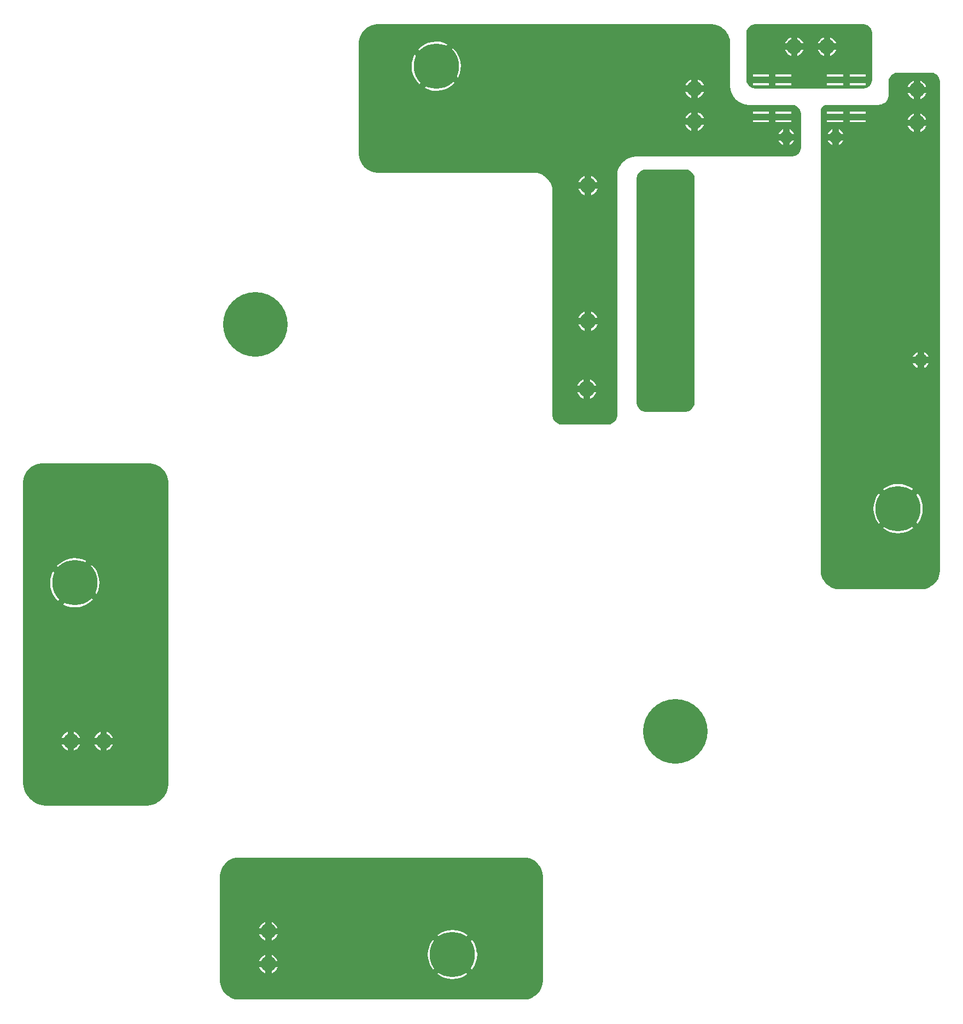
<source format=gtl>
G04 Layer_Physical_Order=1*
G04 Layer_Color=255*
%FSLAX44Y44*%
%MOMM*%
G71*
G01*
G75*
%ADD10R,5.4000X1.0500*%
%ADD11C,7.0000*%
%ADD12C,10.0000*%
%ADD13C,2.4130*%
%ADD14C,2.0320*%
%ADD15C,2.5000*%
%ADD16C,2.0000*%
%ADD17C,0.9000*%
G36*
X295000Y880000D02*
X295000Y880000D01*
X296966Y880000D01*
X300865Y879487D01*
X304664Y878469D01*
X308297Y876964D01*
X311703Y874998D01*
X314823Y872604D01*
X317604Y869823D01*
X319998Y866703D01*
X321964Y863297D01*
X323469Y859664D01*
X324487Y855865D01*
X325000Y851966D01*
X325000Y850000D01*
X325000Y384997D01*
X325000Y384997D01*
X325000Y382703D01*
X324401Y378155D01*
X323214Y373723D01*
X321458Y369485D01*
X319164Y365512D01*
X316372Y361872D01*
X313128Y358628D01*
X309488Y355836D01*
X305515Y353542D01*
X301276Y351786D01*
X296845Y350599D01*
X292297Y350000D01*
X290003Y350000D01*
X137500Y350000D01*
X135042Y350000D01*
X130168Y350642D01*
X125420Y351914D01*
X120878Y353795D01*
X116621Y356253D01*
X112721Y359245D01*
X109246Y362721D01*
X106253Y366621D01*
X103795Y370878D01*
X101914Y375420D01*
X100642Y380168D01*
X100000Y385042D01*
X100000Y387500D01*
X100000Y848803D01*
X100000Y850000D01*
X100000Y850000D01*
X100000Y850000D01*
X100000Y850000D01*
X100000Y851966D01*
X100513Y855865D01*
X101531Y859664D01*
X103036Y863297D01*
X105002Y866703D01*
X107396Y869823D01*
X110177Y872604D01*
X113297Y874997D01*
X116703Y876964D01*
X120336Y878469D01*
X124135Y879487D01*
X128034Y880000D01*
X130000Y880000D01*
X295000Y880000D01*
X295000Y880000D01*
D02*
G37*
G36*
X1129375Y1334424D02*
X1132105Y1333293D01*
X1134562Y1331651D01*
X1136651Y1329562D01*
X1138293Y1327105D01*
X1139424Y1324375D01*
X1140000Y1321477D01*
X1140000Y1320000D01*
X1140000Y1320000D01*
X1140000Y1320000D01*
X1140000Y975000D01*
X1140000Y973522D01*
X1139424Y970625D01*
X1138293Y967895D01*
X1136651Y965438D01*
X1134562Y963348D01*
X1132105Y961707D01*
X1129375Y960576D01*
X1126477Y960000D01*
X1125000Y960000D01*
X1065000Y960000D01*
X1063522Y960000D01*
X1060624Y960576D01*
X1057895Y961707D01*
X1055438Y963349D01*
X1053349Y965438D01*
X1051707Y967895D01*
X1050576Y970625D01*
X1050000Y973522D01*
X1050000Y975000D01*
X1050000Y1320000D01*
Y1321477D01*
X1050576Y1324375D01*
X1051707Y1327105D01*
X1053349Y1329562D01*
X1055438Y1331651D01*
X1057895Y1333293D01*
X1060625Y1334423D01*
X1063522Y1335000D01*
X1065000Y1335000D01*
X1065000Y1335000D01*
X1125000Y1335000D01*
X1126478Y1335000D01*
X1129375Y1334424D01*
D02*
G37*
G36*
X875000Y270000D02*
X876966D01*
X880865Y269487D01*
X884664Y268469D01*
X888297Y266964D01*
X891703Y264998D01*
X894823Y262604D01*
X897604Y259823D01*
X899998Y256703D01*
X901964Y253297D01*
X903469Y249664D01*
X904487Y245865D01*
X905000Y241966D01*
Y240000D01*
Y80000D01*
X905000Y80000D01*
X905000Y78034D01*
X904487Y74135D01*
X903469Y70336D01*
X901964Y66703D01*
X899997Y63297D01*
X897604Y60177D01*
X894823Y57396D01*
X891703Y55002D01*
X888297Y53036D01*
X884664Y51531D01*
X880865Y50513D01*
X876966Y50000D01*
X875000Y50000D01*
X435000D01*
X435000Y50000D01*
X433034Y50000D01*
X429135Y50513D01*
X425336Y51531D01*
X421703Y53036D01*
X418297Y55002D01*
X415177Y57396D01*
X412396Y60177D01*
X410002Y63297D01*
X408036Y66703D01*
X406531Y70336D01*
X405513Y74135D01*
X405000Y78034D01*
X405000Y80000D01*
X405000Y240000D01*
X405000Y240000D01*
X405000Y240000D01*
X405000Y241966D01*
X405513Y245865D01*
X406531Y249664D01*
X408036Y253297D01*
X410002Y256703D01*
X412396Y259823D01*
X415177Y262603D01*
X418297Y264998D01*
X421703Y266964D01*
X425336Y268469D01*
X429135Y269487D01*
X433034Y270000D01*
X435000Y270000D01*
X875000Y270000D01*
Y270000D01*
D02*
G37*
G36*
X1505000Y1485000D02*
X1505000Y1485000D01*
X1506477Y1485000D01*
X1509375Y1484424D01*
X1512105Y1483293D01*
X1514562Y1481651D01*
X1516651Y1479562D01*
X1518293Y1477105D01*
X1519424Y1474375D01*
X1520000Y1471477D01*
X1520000Y1470000D01*
X1520000Y1435000D01*
X1520000Y715000D01*
X1520000Y715000D01*
X1520000Y713034D01*
X1519487Y709135D01*
X1518469Y705336D01*
X1516964Y701703D01*
X1514997Y698297D01*
X1512603Y695177D01*
X1509823Y692396D01*
X1506703Y690002D01*
X1503297Y688036D01*
X1499664Y686531D01*
X1495865Y685513D01*
X1491966Y685000D01*
X1490000Y685000D01*
X1365000Y685000D01*
X1365000Y685000D01*
X1363033D01*
X1359135Y685513D01*
X1355336Y686531D01*
X1351703Y688036D01*
X1348297Y690002D01*
X1345177Y692396D01*
X1342396Y695177D01*
X1340002Y698297D01*
X1338036Y701703D01*
X1336531Y705336D01*
X1335513Y709135D01*
X1335000Y713034D01*
X1335000Y715000D01*
X1335000Y1425000D01*
X1335000Y1425000D01*
X1335052Y1426248D01*
X1335384Y1427917D01*
X1336138Y1429737D01*
X1337232Y1431375D01*
X1338625Y1432767D01*
X1340263Y1433862D01*
X1342083Y1434616D01*
X1344015Y1435000D01*
X1345000Y1435000D01*
X1423806Y1435000D01*
X1425000Y1435000D01*
X1425000Y1435000D01*
X1425000Y1435000D01*
X1426470Y1435072D01*
X1429354Y1435646D01*
X1432071Y1436771D01*
X1434516Y1438405D01*
X1436595Y1440484D01*
X1438229Y1442929D01*
X1439354Y1445646D01*
X1439928Y1448530D01*
X1440000Y1450000D01*
X1440000Y1468804D01*
X1440000Y1470000D01*
X1440000Y1470000D01*
X1440000Y1470000D01*
X1440000Y1470000D01*
X1440000Y1471477D01*
X1440576Y1474375D01*
X1441707Y1477105D01*
X1443349Y1479562D01*
X1445438Y1481651D01*
X1447895Y1483293D01*
X1450625Y1484424D01*
X1453522Y1485000D01*
X1455000Y1485000D01*
X1505000Y1485000D01*
X1505000Y1485000D01*
D02*
G37*
G36*
X1400000Y1560000D02*
X1401477Y1560000D01*
X1404375Y1559424D01*
X1407105Y1558293D01*
X1409562Y1556651D01*
X1411651Y1554562D01*
X1413293Y1552105D01*
X1414423Y1549375D01*
X1415000Y1546477D01*
X1415000Y1545000D01*
X1415000Y1475000D01*
X1415000Y1475000D01*
X1415000Y1473522D01*
X1414423Y1470624D01*
X1413292Y1467895D01*
X1411651Y1465438D01*
X1409562Y1463349D01*
X1407105Y1461707D01*
X1404375Y1460576D01*
X1401477Y1460000D01*
X1400000D01*
X1235000Y1460000D01*
X1233522D01*
X1230625Y1460576D01*
X1227895Y1461707D01*
X1225438Y1463349D01*
X1223349Y1465438D01*
X1221707Y1467895D01*
X1220576Y1470625D01*
X1220000Y1473523D01*
Y1475000D01*
X1220000Y1543804D01*
X1220000Y1545000D01*
X1220000Y1545000D01*
X1220000Y1545000D01*
X1220000Y1545000D01*
X1220000Y1546477D01*
X1220576Y1549375D01*
X1221707Y1552105D01*
X1223349Y1554562D01*
X1225438Y1556651D01*
X1227895Y1558293D01*
X1230624Y1559423D01*
X1233522Y1560000D01*
X1235000Y1560000D01*
X1400000Y1560000D01*
Y1560000D01*
D02*
G37*
G36*
X1170864Y1559487D02*
X1174663Y1558469D01*
X1178296Y1556964D01*
X1181702Y1554998D01*
X1184822Y1552604D01*
X1187604Y1549823D01*
X1189998Y1546703D01*
X1191964Y1543297D01*
X1193469Y1539663D01*
X1194487Y1535864D01*
X1195000Y1531965D01*
X1195000Y1529999D01*
Y1465000D01*
X1195064Y1463038D01*
X1195576Y1459147D01*
X1196592Y1455357D01*
X1198094Y1451731D01*
X1200056Y1448333D01*
X1202445Y1445220D01*
X1205219Y1442445D01*
X1208333Y1440056D01*
X1211731Y1438094D01*
X1215357Y1436592D01*
X1219147Y1435576D01*
X1223038Y1435064D01*
X1225000Y1435000D01*
X1290000Y1435000D01*
X1290000Y1435000D01*
X1290000Y1435000D01*
X1291477Y1435000D01*
X1294375Y1434424D01*
X1297105Y1433293D01*
X1299562Y1431651D01*
X1301651Y1429562D01*
X1303293Y1427105D01*
X1304424Y1424375D01*
X1305000Y1421477D01*
X1305000Y1420000D01*
X1305000Y1370000D01*
X1305000Y1370000D01*
Y1368523D01*
X1304424Y1365625D01*
X1303293Y1362895D01*
X1301651Y1360438D01*
X1299562Y1358349D01*
X1297105Y1356707D01*
X1294375Y1355576D01*
X1291477Y1355000D01*
X1050000D01*
X1050000Y1355000D01*
X1048038Y1354936D01*
X1044147Y1354424D01*
X1040357Y1353408D01*
X1036731Y1351906D01*
X1033333Y1349944D01*
X1030219Y1347555D01*
X1027445Y1344780D01*
X1025056Y1341667D01*
X1023094Y1338269D01*
X1021592Y1334643D01*
X1020576Y1330853D01*
X1020064Y1326962D01*
X1020000Y1325000D01*
X1020000Y955000D01*
X1019999Y954999D01*
Y953522D01*
X1019423Y950624D01*
X1018292Y947895D01*
X1016651Y945438D01*
X1014562Y943349D01*
X1012105Y941707D01*
X1009375Y940576D01*
X1006477Y940000D01*
X1005000D01*
X935000Y940000D01*
X935000Y940000D01*
X933522D01*
X930624Y940577D01*
X927895Y941707D01*
X925438Y943349D01*
X923348Y945438D01*
X921707Y947895D01*
X920576Y950625D01*
X920000Y953523D01*
Y955000D01*
X920000Y1300000D01*
X920000Y1300000D01*
X920000Y1300000D01*
X919935Y1301962D01*
X919423Y1305853D01*
X918408Y1309643D01*
X916906Y1313268D01*
X914944Y1316667D01*
X912555Y1319780D01*
X909780Y1322555D01*
X906667Y1324944D01*
X903269Y1326906D01*
X899643Y1328408D01*
X895853Y1329424D01*
X891962Y1329936D01*
X890000Y1330000D01*
X650000Y1330000D01*
X649999Y1330000D01*
X648033D01*
X644134Y1330513D01*
X640336Y1331531D01*
X636702Y1333036D01*
X633297Y1335002D01*
X630177Y1337396D01*
X627396Y1340177D01*
X625002Y1343297D01*
X623036Y1346703D01*
X621531Y1350336D01*
X620513Y1354135D01*
X620000Y1358034D01*
X620000Y1360000D01*
X620000Y1528803D01*
X620000Y1530000D01*
X620000Y1530000D01*
X620000Y1530000D01*
X620000Y1531966D01*
X620513Y1535865D01*
X621531Y1539664D01*
X623036Y1543297D01*
X625002Y1546703D01*
X627396Y1549823D01*
X630177Y1552604D01*
X633297Y1554998D01*
X636703Y1556964D01*
X640336Y1558469D01*
X644135Y1559487D01*
X648034Y1560000D01*
X650000Y1560000D01*
X1164998Y1560000D01*
X1164998Y1560000D01*
X1164998Y1560000D01*
X1166965Y1560000D01*
X1170864Y1559487D01*
D02*
G37*
%LPC*%
G36*
X181527Y688147D02*
X162758Y661341D01*
X163590Y660851D01*
X169155Y658658D01*
X174995Y657364D01*
X180965Y656999D01*
X186919Y657572D01*
X192709Y659070D01*
X198195Y661455D01*
X203239Y664668D01*
X207719Y668632D01*
X208333Y669377D01*
X181527Y688147D01*
D02*
G37*
G36*
X230000Y464226D02*
Y455000D01*
X239226D01*
X238986Y455793D01*
X237587Y458410D01*
X235704Y460704D01*
X233410Y462587D01*
X230793Y463986D01*
X230000Y464226D01*
D02*
G37*
G36*
X220000D02*
X219207Y463986D01*
X216590Y462587D01*
X214296Y460704D01*
X212413Y458410D01*
X211014Y455793D01*
X210774Y455000D01*
X220000D01*
Y464226D01*
D02*
G37*
G36*
X179634Y733222D02*
X173680Y732649D01*
X167890Y731151D01*
X162404Y728766D01*
X157360Y725552D01*
X152880Y721589D01*
X152266Y720844D01*
X179072Y702074D01*
X197841Y728880D01*
X197009Y729370D01*
X191444Y731562D01*
X185604Y732857D01*
X179634Y733222D01*
D02*
G37*
G36*
X206033Y723144D02*
X187263Y696338D01*
X214069Y677569D01*
X214559Y678401D01*
X216751Y683966D01*
X218046Y689806D01*
X218411Y695776D01*
X217838Y701729D01*
X216340Y707520D01*
X213955Y713006D01*
X210741Y718050D01*
X206778Y722530D01*
X206033Y723144D01*
D02*
G37*
G36*
X146530Y712652D02*
X146040Y711820D01*
X143848Y706255D01*
X142553Y700415D01*
X142188Y694445D01*
X142761Y688491D01*
X144259Y682701D01*
X146644Y677215D01*
X149858Y672171D01*
X153821Y667691D01*
X154566Y667077D01*
X173336Y693883D01*
X146530Y712652D01*
D02*
G37*
G36*
X220000Y445000D02*
X210774D01*
X211014Y444207D01*
X212413Y441590D01*
X214296Y439296D01*
X216590Y437413D01*
X219207Y436014D01*
X220000Y435774D01*
Y445000D01*
D02*
G37*
G36*
X188426D02*
X179200D01*
Y435774D01*
X179993Y436014D01*
X182610Y437413D01*
X184904Y439296D01*
X186787Y441590D01*
X188186Y444207D01*
X188426Y445000D01*
D02*
G37*
G36*
X169200D02*
X159974D01*
X160214Y444207D01*
X161613Y441590D01*
X163496Y439296D01*
X165790Y437413D01*
X168407Y436014D01*
X169200Y435774D01*
Y445000D01*
D02*
G37*
G36*
X179200Y464226D02*
Y455000D01*
X188426D01*
X188186Y455793D01*
X186787Y458410D01*
X184904Y460704D01*
X182610Y462587D01*
X179993Y463986D01*
X179200Y464226D01*
D02*
G37*
G36*
X169200D02*
X168407Y463986D01*
X165790Y462587D01*
X163496Y460704D01*
X161613Y458410D01*
X160214Y455793D01*
X159974Y455000D01*
X169200D01*
Y464226D01*
D02*
G37*
G36*
X239226Y445000D02*
X230000D01*
Y435774D01*
X230793Y436014D01*
X233410Y437413D01*
X235704Y439296D01*
X237587Y441590D01*
X238986Y444207D01*
X239226Y445000D01*
D02*
G37*
G36*
X475000Y150800D02*
X465774D01*
X466014Y150007D01*
X467413Y147390D01*
X469296Y145096D01*
X471590Y143213D01*
X474207Y141814D01*
X475000Y141574D01*
Y150800D01*
D02*
G37*
G36*
X765109Y157873D02*
X759146Y157403D01*
X753330Y156007D01*
X747804Y153718D01*
X742704Y150593D01*
X741969Y149966D01*
X765109Y126826D01*
X788248Y149966D01*
X787514Y150593D01*
X782414Y153718D01*
X776888Y156007D01*
X771072Y157403D01*
X765109Y157873D01*
D02*
G37*
G36*
X485000Y119226D02*
Y110000D01*
X494226D01*
X493986Y110793D01*
X492587Y113410D01*
X490704Y115704D01*
X488410Y117587D01*
X485793Y118986D01*
X485000Y119226D01*
D02*
G37*
G36*
Y170026D02*
Y160800D01*
X494226D01*
X493986Y161593D01*
X492587Y164210D01*
X490704Y166504D01*
X488410Y168387D01*
X485793Y169786D01*
X485000Y170026D01*
D02*
G37*
G36*
X475000D02*
X474207Y169786D01*
X471590Y168387D01*
X469296Y166504D01*
X467413Y164210D01*
X466014Y161593D01*
X465774Y160800D01*
X475000D01*
Y170026D01*
D02*
G37*
G36*
X494226Y150800D02*
X485000D01*
Y141574D01*
X485793Y141814D01*
X488410Y143213D01*
X490704Y145096D01*
X492587Y147390D01*
X493986Y150007D01*
X494226Y150800D01*
D02*
G37*
G36*
Y100000D02*
X485000D01*
Y90774D01*
X485793Y91014D01*
X488410Y92413D01*
X490704Y94296D01*
X492587Y96590D01*
X493986Y99207D01*
X494226Y100000D01*
D02*
G37*
G36*
X475000D02*
X465774D01*
X466014Y99207D01*
X467413Y96590D01*
X469296Y94296D01*
X471590Y92413D01*
X474207Y91014D01*
X475000Y90774D01*
Y100000D01*
D02*
G37*
G36*
X765109Y112684D02*
X741969Y89545D01*
X742704Y88917D01*
X747804Y85792D01*
X753330Y83503D01*
X759146Y82107D01*
X765109Y81638D01*
X771072Y82107D01*
X776888Y83503D01*
X782414Y85792D01*
X787514Y88917D01*
X788248Y89545D01*
X765109Y112684D01*
D02*
G37*
G36*
X475000Y119226D02*
X474207Y118986D01*
X471590Y117587D01*
X469296Y115704D01*
X467413Y113410D01*
X466014Y110793D01*
X465774Y110000D01*
X475000D01*
Y119226D01*
D02*
G37*
G36*
X734898Y142894D02*
X734271Y142160D01*
X731146Y137060D01*
X728857Y131534D01*
X727460Y125718D01*
X726991Y119755D01*
X727460Y113792D01*
X728857Y107976D01*
X731146Y102450D01*
X734271Y97350D01*
X734898Y96616D01*
X758038Y119755D01*
X734898Y142894D01*
D02*
G37*
G36*
X795319D02*
X772180Y119755D01*
X795319Y96616D01*
X795946Y97350D01*
X799072Y102450D01*
X801361Y107976D01*
X802757Y113792D01*
X803226Y119755D01*
X802757Y125718D01*
X801361Y131534D01*
X799072Y137060D01*
X795946Y142160D01*
X795319Y142894D01*
D02*
G37*
G36*
X1485000Y1035000D02*
X1477827D01*
X1478505Y1033363D01*
X1480614Y1030614D01*
X1483363Y1028505D01*
X1485000Y1027827D01*
Y1035000D01*
D02*
G37*
G36*
X1502173D02*
X1495000D01*
Y1027827D01*
X1496637Y1028505D01*
X1499386Y1030614D01*
X1501495Y1033363D01*
X1502173Y1035000D01*
D02*
G37*
G36*
X1455068Y848186D02*
X1449105Y847716D01*
X1443289Y846320D01*
X1437763Y844031D01*
X1432663Y840906D01*
X1431929Y840278D01*
X1455068Y817139D01*
X1478207Y840278D01*
X1477473Y840906D01*
X1472373Y844031D01*
X1466847Y846320D01*
X1461031Y847716D01*
X1455068Y848186D01*
D02*
G37*
G36*
X1424858Y833207D02*
X1424230Y832473D01*
X1421105Y827373D01*
X1418816Y821847D01*
X1417420Y816031D01*
X1416951Y810068D01*
X1417420Y804105D01*
X1418816Y798289D01*
X1421105Y792763D01*
X1424230Y787663D01*
X1424858Y786929D01*
X1447997Y810068D01*
X1424858Y833207D01*
D02*
G37*
G36*
X1485278Y833207D02*
X1462139Y810068D01*
X1485278Y786929D01*
X1485906Y787663D01*
X1489031Y792763D01*
X1491320Y798289D01*
X1492716Y804105D01*
X1493186Y810068D01*
X1492716Y816031D01*
X1491320Y821847D01*
X1489031Y827373D01*
X1485906Y832473D01*
X1485278Y833207D01*
D02*
G37*
G36*
X1455068Y802997D02*
X1431929Y779858D01*
X1432663Y779230D01*
X1437763Y776105D01*
X1443289Y773816D01*
X1449105Y772420D01*
X1455068Y771951D01*
X1461031Y772420D01*
X1466847Y773816D01*
X1472373Y776105D01*
X1477473Y779230D01*
X1478207Y779858D01*
X1455068Y802997D01*
D02*
G37*
G36*
X1485000Y1052173D02*
X1483363Y1051495D01*
X1480614Y1049386D01*
X1478505Y1046637D01*
X1477827Y1045000D01*
X1485000D01*
Y1052173D01*
D02*
G37*
G36*
X1353100Y1380000D02*
X1346100D01*
X1346745Y1378444D01*
X1348828Y1375728D01*
X1351544Y1373645D01*
X1353100Y1373000D01*
Y1380000D01*
D02*
G37*
G36*
X1495000Y1052173D02*
Y1045000D01*
X1502173D01*
X1501495Y1046637D01*
X1499386Y1049386D01*
X1496637Y1051495D01*
X1495000Y1052173D01*
D02*
G37*
G36*
X1489226Y1472226D02*
Y1463000D01*
X1498452D01*
X1498212Y1463793D01*
X1496813Y1466410D01*
X1494930Y1468704D01*
X1492636Y1470587D01*
X1490019Y1471986D01*
X1489226Y1472226D01*
D02*
G37*
G36*
X1479226D02*
X1478433Y1471986D01*
X1475816Y1470587D01*
X1473522Y1468704D01*
X1471640Y1466410D01*
X1470241Y1463793D01*
X1470000Y1463000D01*
X1479226D01*
Y1472226D01*
D02*
G37*
G36*
X1498452Y1402200D02*
X1489226D01*
Y1392974D01*
X1490019Y1393215D01*
X1492636Y1394613D01*
X1494930Y1396496D01*
X1496813Y1398790D01*
X1498212Y1401407D01*
X1498452Y1402200D01*
D02*
G37*
G36*
X1370000Y1411250D02*
X1345000D01*
Y1408000D01*
X1370000D01*
Y1411250D01*
D02*
G37*
G36*
X1353100Y1397000D02*
X1351544Y1396355D01*
X1348828Y1394272D01*
X1346745Y1391556D01*
X1346100Y1390000D01*
X1353100D01*
Y1397000D01*
D02*
G37*
G36*
X1370100Y1380000D02*
X1363100D01*
Y1373000D01*
X1364656Y1373645D01*
X1367372Y1375728D01*
X1369456Y1378444D01*
X1370100Y1380000D01*
D02*
G37*
G36*
X1479226Y1402200D02*
X1470000D01*
X1470241Y1401407D01*
X1471640Y1398790D01*
X1473522Y1396496D01*
X1475816Y1394613D01*
X1478433Y1393215D01*
X1479226Y1392974D01*
Y1402200D01*
D02*
G37*
G36*
X1363100Y1397000D02*
Y1390000D01*
X1370100D01*
X1369456Y1391556D01*
X1367372Y1394272D01*
X1364656Y1396355D01*
X1363100Y1397000D01*
D02*
G37*
G36*
X1405000Y1424500D02*
X1380000D01*
Y1421250D01*
X1405000D01*
Y1424500D01*
D02*
G37*
G36*
X1498452Y1453000D02*
X1489226D01*
Y1443774D01*
X1490019Y1444015D01*
X1492636Y1445414D01*
X1494930Y1447296D01*
X1496813Y1449590D01*
X1498212Y1452207D01*
X1498452Y1453000D01*
D02*
G37*
G36*
X1479226D02*
X1470000D01*
X1470241Y1452207D01*
X1471640Y1449590D01*
X1473522Y1447296D01*
X1475816Y1445414D01*
X1478433Y1444015D01*
X1479226Y1443774D01*
Y1453000D01*
D02*
G37*
G36*
X1489226Y1421426D02*
Y1412200D01*
X1498452D01*
X1498212Y1412993D01*
X1496813Y1415610D01*
X1494930Y1417904D01*
X1492636Y1419787D01*
X1490019Y1421186D01*
X1489226Y1421426D01*
D02*
G37*
G36*
X1479226D02*
X1478433Y1421186D01*
X1475816Y1419787D01*
X1473522Y1417904D01*
X1471640Y1415610D01*
X1470241Y1412993D01*
X1470000Y1412200D01*
X1479226D01*
Y1421426D01*
D02*
G37*
G36*
X1405000Y1411250D02*
X1380000D01*
Y1408000D01*
X1405000D01*
Y1411250D01*
D02*
G37*
G36*
X1370000Y1424500D02*
X1345000D01*
Y1421250D01*
X1370000D01*
Y1424500D01*
D02*
G37*
G36*
X1405000Y1468750D02*
X1380000D01*
Y1465500D01*
X1405000D01*
Y1468750D01*
D02*
G37*
G36*
X1370000D02*
X1345000D01*
Y1465500D01*
X1370000D01*
Y1468750D01*
D02*
G37*
G36*
X1290000Y1468750D02*
X1265000D01*
Y1465500D01*
X1290000D01*
Y1468750D01*
D02*
G37*
G36*
X1255000Y1482000D02*
X1230000D01*
Y1478750D01*
X1255000D01*
Y1482000D01*
D02*
G37*
G36*
Y1468750D02*
X1230000D01*
Y1465500D01*
X1255000D01*
Y1468750D01*
D02*
G37*
G36*
X1289200Y1539226D02*
X1288407Y1538986D01*
X1285790Y1537587D01*
X1283496Y1535704D01*
X1281613Y1533410D01*
X1280214Y1530793D01*
X1279974Y1530000D01*
X1289200D01*
Y1539226D01*
D02*
G37*
G36*
X1359226Y1520000D02*
X1350000D01*
Y1510774D01*
X1350793Y1511014D01*
X1353410Y1512413D01*
X1355704Y1514296D01*
X1357587Y1516590D01*
X1358986Y1519207D01*
X1359226Y1520000D01*
D02*
G37*
G36*
X1340000D02*
X1330774D01*
X1331014Y1519207D01*
X1332413Y1516590D01*
X1334296Y1514296D01*
X1336590Y1512413D01*
X1339207Y1511014D01*
X1340000Y1510774D01*
Y1520000D01*
D02*
G37*
G36*
X1350000Y1539226D02*
Y1530000D01*
X1359226D01*
X1358986Y1530793D01*
X1357587Y1533410D01*
X1355704Y1535704D01*
X1353410Y1537587D01*
X1350793Y1538986D01*
X1350000Y1539226D01*
D02*
G37*
G36*
X1340000D02*
X1339207Y1538986D01*
X1336590Y1537587D01*
X1334296Y1535704D01*
X1332413Y1533410D01*
X1331014Y1530793D01*
X1330774Y1530000D01*
X1340000D01*
Y1539226D01*
D02*
G37*
G36*
X1299200D02*
Y1530000D01*
X1308426D01*
X1308186Y1530793D01*
X1306787Y1533410D01*
X1304904Y1535704D01*
X1302610Y1537587D01*
X1299993Y1538986D01*
X1299200Y1539226D01*
D02*
G37*
G36*
X1405000Y1482000D02*
X1380000D01*
Y1478750D01*
X1405000D01*
Y1482000D01*
D02*
G37*
G36*
X1370000D02*
X1345000D01*
Y1478750D01*
X1370000D01*
Y1482000D01*
D02*
G37*
G36*
X1290000D02*
X1265000D01*
Y1478750D01*
X1290000D01*
Y1482000D01*
D02*
G37*
G36*
X1308426Y1520000D02*
X1299200D01*
Y1510774D01*
X1299993Y1511014D01*
X1302610Y1512413D01*
X1304904Y1514296D01*
X1306787Y1516590D01*
X1308186Y1519207D01*
X1308426Y1520000D01*
D02*
G37*
G36*
X1289200D02*
X1279974D01*
X1280214Y1519207D01*
X1281613Y1516590D01*
X1283496Y1514296D01*
X1285790Y1512413D01*
X1288407Y1511014D01*
X1289200Y1510774D01*
Y1520000D01*
D02*
G37*
G36*
X968000Y1009681D02*
X967040Y1009389D01*
X964347Y1007950D01*
X961987Y1006013D01*
X960050Y1003653D01*
X958611Y1000960D01*
X958319Y1000000D01*
X968000D01*
Y1009681D01*
D02*
G37*
G36*
X978000D02*
Y1000000D01*
X987681D01*
X987389Y1000960D01*
X985950Y1003653D01*
X984013Y1006013D01*
X981653Y1007950D01*
X978960Y1009389D01*
X978000Y1009681D01*
D02*
G37*
G36*
X987681Y990000D02*
X978000D01*
Y980319D01*
X978960Y980611D01*
X981653Y982050D01*
X984013Y983987D01*
X985950Y986347D01*
X987389Y989040D01*
X987681Y990000D01*
D02*
G37*
G36*
X968000D02*
X958319D01*
X958611Y989040D01*
X960050Y986347D01*
X961987Y983987D01*
X964347Y982050D01*
X967040Y980611D01*
X968000Y980319D01*
Y990000D01*
D02*
G37*
G36*
X970000Y1324681D02*
X969040Y1324389D01*
X966347Y1322950D01*
X963987Y1321013D01*
X962050Y1318653D01*
X960611Y1315960D01*
X960319Y1315000D01*
X970000D01*
Y1324681D01*
D02*
G37*
G36*
X989681Y1305000D02*
X980000D01*
Y1295319D01*
X980960Y1295611D01*
X983653Y1297050D01*
X986013Y1298987D01*
X987950Y1301347D01*
X989389Y1304040D01*
X989681Y1305000D01*
D02*
G37*
G36*
X980000Y1324681D02*
Y1315000D01*
X989681D01*
X989389Y1315960D01*
X987950Y1318653D01*
X986013Y1321013D01*
X983653Y1322950D01*
X980960Y1324389D01*
X980000Y1324681D01*
D02*
G37*
G36*
X1276900Y1380000D02*
X1269900D01*
X1270545Y1378444D01*
X1272628Y1375728D01*
X1275344Y1373645D01*
X1276900Y1373000D01*
Y1380000D01*
D02*
G37*
G36*
X970000Y1305000D02*
X960319D01*
X960611Y1304040D01*
X962050Y1301347D01*
X963987Y1298987D01*
X966347Y1297050D01*
X969040Y1295611D01*
X970000Y1295319D01*
Y1305000D01*
D02*
G37*
G36*
Y1095000D02*
X960319D01*
X960611Y1094040D01*
X962050Y1091347D01*
X963987Y1088987D01*
X966347Y1087050D01*
X969040Y1085611D01*
X970000Y1085319D01*
Y1095000D01*
D02*
G37*
G36*
X989681D02*
X980000D01*
Y1085319D01*
X980960Y1085611D01*
X983653Y1087050D01*
X986013Y1088987D01*
X987950Y1091347D01*
X989389Y1094040D01*
X989681Y1095000D01*
D02*
G37*
G36*
X980000Y1114681D02*
Y1105000D01*
X989681D01*
X989389Y1105960D01*
X987950Y1108653D01*
X986013Y1111013D01*
X983653Y1112950D01*
X980960Y1114389D01*
X980000Y1114681D01*
D02*
G37*
G36*
X970000D02*
X969040Y1114389D01*
X966347Y1112950D01*
X963987Y1111013D01*
X962050Y1108653D01*
X960611Y1105960D01*
X960319Y1105000D01*
X970000D01*
Y1114681D01*
D02*
G37*
G36*
X1293900Y1380000D02*
X1286900D01*
Y1373000D01*
X1288456Y1373645D01*
X1291172Y1375728D01*
X1293255Y1378444D01*
X1293900Y1380000D01*
D02*
G37*
G36*
X765639Y1522780D02*
X746869Y1495974D01*
X773675Y1477204D01*
X774165Y1478037D01*
X776357Y1483602D01*
X777652Y1489441D01*
X778017Y1495411D01*
X777444Y1501365D01*
X775946Y1507156D01*
X773561Y1512641D01*
X770347Y1517686D01*
X766384Y1522166D01*
X765639Y1522780D01*
D02*
G37*
G36*
X706136Y1512288D02*
X705646Y1511456D01*
X703453Y1505891D01*
X702159Y1500051D01*
X701794Y1494081D01*
X702367Y1488127D01*
X703865Y1482336D01*
X706249Y1476851D01*
X709463Y1471806D01*
X713427Y1467327D01*
X714172Y1466712D01*
X732942Y1493518D01*
X706136Y1512288D01*
D02*
G37*
G36*
X741133Y1487782D02*
X722363Y1460977D01*
X723196Y1460486D01*
X728761Y1458294D01*
X734600Y1457000D01*
X740571Y1456635D01*
X746524Y1457208D01*
X752315Y1458705D01*
X757800Y1461090D01*
X762845Y1464304D01*
X767325Y1468268D01*
X767939Y1469013D01*
X741133Y1487782D01*
D02*
G37*
G36*
X1145000Y1474226D02*
Y1465000D01*
X1154226D01*
X1153986Y1465793D01*
X1152587Y1468410D01*
X1150704Y1470704D01*
X1148410Y1472587D01*
X1145793Y1473986D01*
X1145000Y1474226D01*
D02*
G37*
G36*
X1135000Y1474226D02*
X1134207Y1473986D01*
X1131590Y1472587D01*
X1129296Y1470704D01*
X1127413Y1468410D01*
X1126014Y1465793D01*
X1125774Y1465000D01*
X1135000D01*
Y1474226D01*
D02*
G37*
G36*
X739240Y1532858D02*
X733286Y1532285D01*
X727495Y1530787D01*
X722010Y1528402D01*
X716966Y1525188D01*
X712486Y1521225D01*
X711871Y1520479D01*
X738677Y1501710D01*
X757447Y1528516D01*
X756615Y1529006D01*
X751050Y1531198D01*
X745210Y1532493D01*
X739240Y1532858D01*
D02*
G37*
G36*
X1135000Y1455000D02*
X1125774D01*
X1126014Y1454207D01*
X1127413Y1451590D01*
X1129296Y1449296D01*
X1131590Y1447413D01*
X1134207Y1446014D01*
X1135000Y1445774D01*
Y1455000D01*
D02*
G37*
G36*
X1135000Y1404200D02*
X1125774D01*
X1126014Y1403407D01*
X1127413Y1400790D01*
X1129296Y1398496D01*
X1131590Y1396613D01*
X1134207Y1395214D01*
X1135000Y1394974D01*
Y1404200D01*
D02*
G37*
G36*
X1154226D02*
X1145000D01*
Y1394974D01*
X1145793Y1395214D01*
X1148410Y1396613D01*
X1150704Y1398496D01*
X1152587Y1400790D01*
X1153986Y1403407D01*
X1154226Y1404200D01*
D02*
G37*
G36*
X1290000Y1411250D02*
X1265000D01*
Y1408000D01*
X1290000D01*
Y1411250D01*
D02*
G37*
G36*
X1255000D02*
X1230000D01*
Y1408000D01*
X1255000D01*
Y1411250D01*
D02*
G37*
G36*
X1276900Y1397000D02*
X1275344Y1396355D01*
X1272628Y1394272D01*
X1270545Y1391556D01*
X1269900Y1390000D01*
X1276900D01*
Y1397000D01*
D02*
G37*
G36*
X1286900D02*
Y1390000D01*
X1293900D01*
X1293255Y1391556D01*
X1291172Y1394272D01*
X1288456Y1396355D01*
X1286900Y1397000D01*
D02*
G37*
G36*
X1290000Y1424500D02*
X1265000D01*
Y1421250D01*
X1290000D01*
Y1424500D01*
D02*
G37*
G36*
X1255000D02*
X1230000D01*
Y1421250D01*
X1255000D01*
Y1424500D01*
D02*
G37*
G36*
X1154226Y1455000D02*
X1145000D01*
Y1445774D01*
X1145793Y1446014D01*
X1148410Y1447413D01*
X1150704Y1449296D01*
X1152587Y1451590D01*
X1153986Y1454207D01*
X1154226Y1455000D01*
D02*
G37*
G36*
X1145000Y1423426D02*
Y1414200D01*
X1154226D01*
X1153986Y1414993D01*
X1152587Y1417610D01*
X1150704Y1419904D01*
X1148410Y1421787D01*
X1145793Y1423186D01*
X1145000Y1423426D01*
D02*
G37*
G36*
X1135000D02*
X1134207Y1423186D01*
X1131590Y1421787D01*
X1129296Y1419904D01*
X1127413Y1417610D01*
X1126014Y1414993D01*
X1125774Y1414200D01*
X1135000D01*
Y1423426D01*
D02*
G37*
%LPD*%
D10*
X1375000Y1416250D02*
D03*
Y1473750D02*
D03*
X1260000D02*
D03*
Y1416250D02*
D03*
D11*
X739905Y1494746D02*
D03*
X180299Y695110D02*
D03*
X765109Y119755D02*
D03*
X1455068Y810068D02*
D03*
D12*
X460000Y1095000D02*
D03*
X1110000Y465000D02*
D03*
D13*
X1345000Y1525000D02*
D03*
X1294200D02*
D03*
X1484226Y1407200D02*
D03*
Y1458000D02*
D03*
X480000Y105000D02*
D03*
Y155800D02*
D03*
X1140000Y1460000D02*
D03*
Y1409200D02*
D03*
X225000Y450000D02*
D03*
X174200D02*
D03*
D14*
X1115000Y1040000D02*
D03*
X1490000D02*
D03*
Y1255000D02*
D03*
X1115000D02*
D03*
D15*
X975000Y1310000D02*
D03*
X1077000D02*
D03*
X975000Y1205000D02*
D03*
X1077000D02*
D03*
X975000Y1100000D02*
D03*
X1077000D02*
D03*
X973000Y995000D02*
D03*
X1075000D02*
D03*
D16*
X1358100Y1385000D02*
D03*
X1281900D02*
D03*
D17*
X1506001Y1466001D02*
D03*
Y1446001D02*
D03*
Y1426001D02*
D03*
Y1406001D02*
D03*
Y1386001D02*
D03*
Y1366001D02*
D03*
X1486001Y1426001D02*
D03*
Y1386001D02*
D03*
Y1366001D02*
D03*
X1466001Y1466001D02*
D03*
Y1446001D02*
D03*
Y1426001D02*
D03*
Y1406001D02*
D03*
Y1386001D02*
D03*
Y1366001D02*
D03*
X1446001Y1466001D02*
D03*
Y1446001D02*
D03*
Y1426001D02*
D03*
Y1406001D02*
D03*
Y1386001D02*
D03*
Y1366001D02*
D03*
X1166001Y1506001D02*
D03*
Y1486001D02*
D03*
Y1466001D02*
D03*
Y1446001D02*
D03*
Y1426001D02*
D03*
Y1406001D02*
D03*
Y1386001D02*
D03*
Y1366001D02*
D03*
X1146001Y1506001D02*
D03*
Y1486001D02*
D03*
Y1386001D02*
D03*
Y1366001D02*
D03*
X1126001Y1506001D02*
D03*
Y1486001D02*
D03*
Y1446001D02*
D03*
Y1426001D02*
D03*
Y1386001D02*
D03*
Y1366001D02*
D03*
X1106001Y1506001D02*
D03*
Y1486001D02*
D03*
Y1466001D02*
D03*
Y1446001D02*
D03*
Y1426001D02*
D03*
Y1406001D02*
D03*
Y1386001D02*
D03*
Y1366001D02*
D03*
X1086001Y1506001D02*
D03*
Y1486001D02*
D03*
Y1466001D02*
D03*
Y1446001D02*
D03*
Y1426001D02*
D03*
Y1406001D02*
D03*
Y1386001D02*
D03*
Y1366001D02*
D03*
X846001Y1526001D02*
D03*
Y1506001D02*
D03*
Y1486001D02*
D03*
Y1466001D02*
D03*
Y1446001D02*
D03*
Y1426001D02*
D03*
Y1406001D02*
D03*
Y1386001D02*
D03*
Y1366001D02*
D03*
Y1346001D02*
D03*
X826001Y1526001D02*
D03*
Y1506001D02*
D03*
Y1486001D02*
D03*
Y1466001D02*
D03*
Y1446001D02*
D03*
Y1426001D02*
D03*
Y1406001D02*
D03*
Y1386001D02*
D03*
Y1366001D02*
D03*
Y1346001D02*
D03*
X806001Y1526001D02*
D03*
Y1506001D02*
D03*
Y1486001D02*
D03*
Y1466001D02*
D03*
Y1446001D02*
D03*
Y1426001D02*
D03*
Y1406001D02*
D03*
Y1386001D02*
D03*
Y1366001D02*
D03*
Y1346001D02*
D03*
X786001Y1466001D02*
D03*
Y1446001D02*
D03*
Y1426001D02*
D03*
Y1406001D02*
D03*
Y1386001D02*
D03*
Y1366001D02*
D03*
Y1346001D02*
D03*
X766001Y1446001D02*
D03*
Y1426001D02*
D03*
Y1406001D02*
D03*
Y1386001D02*
D03*
Y1366001D02*
D03*
Y1346001D02*
D03*
X746001Y1446001D02*
D03*
Y1426001D02*
D03*
Y1406001D02*
D03*
Y1386001D02*
D03*
Y1366001D02*
D03*
Y1346001D02*
D03*
X726001Y1446001D02*
D03*
Y1426001D02*
D03*
Y1406001D02*
D03*
Y1386001D02*
D03*
Y1366001D02*
D03*
Y1346001D02*
D03*
X706001Y1466001D02*
D03*
Y1446001D02*
D03*
Y1426001D02*
D03*
Y1406001D02*
D03*
Y1386001D02*
D03*
Y1366001D02*
D03*
Y1346001D02*
D03*
X686001Y1526001D02*
D03*
Y1506001D02*
D03*
Y1486001D02*
D03*
Y1466001D02*
D03*
Y1446001D02*
D03*
Y1426001D02*
D03*
Y1406001D02*
D03*
Y1386001D02*
D03*
Y1366001D02*
D03*
Y1346001D02*
D03*
X666001Y1526001D02*
D03*
Y1506001D02*
D03*
Y1486001D02*
D03*
Y1466001D02*
D03*
Y1446001D02*
D03*
Y1426001D02*
D03*
Y1406001D02*
D03*
Y1386001D02*
D03*
Y1366001D02*
D03*
Y1346001D02*
D03*
X646001Y1526001D02*
D03*
Y1506001D02*
D03*
Y1486001D02*
D03*
Y1466001D02*
D03*
Y1446001D02*
D03*
Y1426001D02*
D03*
Y1406001D02*
D03*
Y1386001D02*
D03*
Y1366001D02*
D03*
Y1346001D02*
D03*
X626001Y1526001D02*
D03*
Y1506001D02*
D03*
Y1486001D02*
D03*
Y1466001D02*
D03*
Y1446001D02*
D03*
Y1426001D02*
D03*
Y1406001D02*
D03*
Y1386001D02*
D03*
Y1366001D02*
D03*
X1506001Y926001D02*
D03*
Y906001D02*
D03*
Y886001D02*
D03*
Y866001D02*
D03*
Y846001D02*
D03*
Y786001D02*
D03*
Y766001D02*
D03*
Y746001D02*
D03*
Y726001D02*
D03*
Y706001D02*
D03*
X1486001Y926001D02*
D03*
Y906001D02*
D03*
Y886001D02*
D03*
Y866001D02*
D03*
Y766001D02*
D03*
Y746001D02*
D03*
Y726001D02*
D03*
Y706001D02*
D03*
X1466001Y926001D02*
D03*
Y906001D02*
D03*
Y886001D02*
D03*
Y866001D02*
D03*
Y766001D02*
D03*
Y746001D02*
D03*
Y726001D02*
D03*
Y706001D02*
D03*
X1446001Y926001D02*
D03*
Y906001D02*
D03*
Y886001D02*
D03*
Y866001D02*
D03*
Y766001D02*
D03*
Y746001D02*
D03*
Y726001D02*
D03*
Y706001D02*
D03*
X1426001Y926001D02*
D03*
Y906001D02*
D03*
Y886001D02*
D03*
Y866001D02*
D03*
Y766001D02*
D03*
Y746001D02*
D03*
Y726001D02*
D03*
Y706001D02*
D03*
X1406001Y926001D02*
D03*
Y906001D02*
D03*
Y886001D02*
D03*
Y866001D02*
D03*
Y846001D02*
D03*
Y826001D02*
D03*
Y806001D02*
D03*
Y786001D02*
D03*
Y766001D02*
D03*
Y746001D02*
D03*
Y726001D02*
D03*
Y706001D02*
D03*
X1386001Y926001D02*
D03*
Y906001D02*
D03*
Y886001D02*
D03*
Y866001D02*
D03*
Y846001D02*
D03*
Y826001D02*
D03*
Y806001D02*
D03*
Y786001D02*
D03*
Y766001D02*
D03*
Y746001D02*
D03*
Y726001D02*
D03*
Y706001D02*
D03*
X1366001Y926001D02*
D03*
Y906001D02*
D03*
Y886001D02*
D03*
Y866001D02*
D03*
Y846001D02*
D03*
Y826001D02*
D03*
Y806001D02*
D03*
Y786001D02*
D03*
Y766001D02*
D03*
Y746001D02*
D03*
Y726001D02*
D03*
Y706001D02*
D03*
X1346001Y926001D02*
D03*
Y906001D02*
D03*
Y886001D02*
D03*
Y866001D02*
D03*
Y846001D02*
D03*
Y826001D02*
D03*
Y806001D02*
D03*
Y786001D02*
D03*
Y766001D02*
D03*
Y746001D02*
D03*
Y726001D02*
D03*
Y706001D02*
D03*
X306000Y746001D02*
D03*
Y726001D02*
D03*
Y706001D02*
D03*
Y686001D02*
D03*
Y666001D02*
D03*
Y646001D02*
D03*
Y626001D02*
D03*
Y606001D02*
D03*
Y586001D02*
D03*
X286000Y746001D02*
D03*
Y726001D02*
D03*
Y706001D02*
D03*
Y686001D02*
D03*
Y666001D02*
D03*
Y646001D02*
D03*
Y626001D02*
D03*
Y606001D02*
D03*
Y586001D02*
D03*
X266000Y746001D02*
D03*
Y726001D02*
D03*
Y706001D02*
D03*
Y686001D02*
D03*
Y666001D02*
D03*
Y646001D02*
D03*
Y626001D02*
D03*
Y606001D02*
D03*
Y586001D02*
D03*
X246000Y746001D02*
D03*
Y726001D02*
D03*
Y706001D02*
D03*
Y686001D02*
D03*
Y666001D02*
D03*
Y646001D02*
D03*
Y626001D02*
D03*
Y606001D02*
D03*
Y586001D02*
D03*
X226000Y746001D02*
D03*
Y726001D02*
D03*
Y706001D02*
D03*
Y686001D02*
D03*
Y666001D02*
D03*
Y646001D02*
D03*
Y626001D02*
D03*
Y606001D02*
D03*
Y586001D02*
D03*
X206000Y746001D02*
D03*
Y726001D02*
D03*
Y646001D02*
D03*
Y626001D02*
D03*
Y606001D02*
D03*
Y586001D02*
D03*
X186000Y746001D02*
D03*
Y626001D02*
D03*
Y606001D02*
D03*
Y586001D02*
D03*
X166000Y746001D02*
D03*
Y626001D02*
D03*
Y606001D02*
D03*
Y586001D02*
D03*
X146000Y746001D02*
D03*
Y726001D02*
D03*
Y646001D02*
D03*
Y626001D02*
D03*
Y606001D02*
D03*
Y586001D02*
D03*
X126000Y746001D02*
D03*
Y726001D02*
D03*
Y706001D02*
D03*
Y686001D02*
D03*
Y666001D02*
D03*
Y646001D02*
D03*
Y626001D02*
D03*
Y606001D02*
D03*
Y586001D02*
D03*
X106000Y746001D02*
D03*
Y726001D02*
D03*
Y706001D02*
D03*
Y686001D02*
D03*
Y666001D02*
D03*
Y646001D02*
D03*
Y626001D02*
D03*
Y606001D02*
D03*
Y586001D02*
D03*
X306000Y506000D02*
D03*
Y486000D02*
D03*
Y466000D02*
D03*
Y446000D02*
D03*
Y426000D02*
D03*
Y406000D02*
D03*
Y386000D02*
D03*
X286000Y506000D02*
D03*
Y486000D02*
D03*
Y466000D02*
D03*
Y446000D02*
D03*
Y426000D02*
D03*
Y406000D02*
D03*
Y386000D02*
D03*
X266000Y506000D02*
D03*
Y486000D02*
D03*
Y466000D02*
D03*
Y446000D02*
D03*
Y426000D02*
D03*
Y406000D02*
D03*
Y386000D02*
D03*
X246000Y506000D02*
D03*
Y486000D02*
D03*
Y466000D02*
D03*
Y446000D02*
D03*
Y426000D02*
D03*
Y406000D02*
D03*
Y386000D02*
D03*
X226000Y506000D02*
D03*
Y486000D02*
D03*
Y426000D02*
D03*
Y406000D02*
D03*
Y386000D02*
D03*
X206000Y506000D02*
D03*
Y486000D02*
D03*
Y466000D02*
D03*
Y446000D02*
D03*
Y426000D02*
D03*
Y406000D02*
D03*
Y386000D02*
D03*
X186000Y506000D02*
D03*
Y486000D02*
D03*
Y466000D02*
D03*
Y426000D02*
D03*
Y406000D02*
D03*
Y386000D02*
D03*
X166000Y506000D02*
D03*
Y486000D02*
D03*
Y426000D02*
D03*
Y406000D02*
D03*
Y386000D02*
D03*
X146000Y506000D02*
D03*
Y486000D02*
D03*
Y466000D02*
D03*
Y446000D02*
D03*
Y426000D02*
D03*
Y406000D02*
D03*
Y386000D02*
D03*
X126000Y506000D02*
D03*
Y486000D02*
D03*
Y466000D02*
D03*
Y446000D02*
D03*
Y426000D02*
D03*
Y406000D02*
D03*
Y386000D02*
D03*
X106000Y506000D02*
D03*
Y486000D02*
D03*
Y466000D02*
D03*
Y446000D02*
D03*
Y426000D02*
D03*
Y406000D02*
D03*
Y386000D02*
D03*
X826001Y246000D02*
D03*
Y226000D02*
D03*
Y206000D02*
D03*
Y186000D02*
D03*
Y166000D02*
D03*
Y146000D02*
D03*
Y126000D02*
D03*
Y106000D02*
D03*
Y86000D02*
D03*
Y66000D02*
D03*
X806001Y246000D02*
D03*
Y226000D02*
D03*
Y206000D02*
D03*
Y186000D02*
D03*
Y166000D02*
D03*
Y146000D02*
D03*
Y126000D02*
D03*
Y106000D02*
D03*
Y86000D02*
D03*
Y66000D02*
D03*
X786001Y246000D02*
D03*
Y226000D02*
D03*
Y206000D02*
D03*
Y186000D02*
D03*
Y166000D02*
D03*
Y66000D02*
D03*
X766001Y246000D02*
D03*
Y226000D02*
D03*
Y206000D02*
D03*
Y186000D02*
D03*
Y166000D02*
D03*
Y66000D02*
D03*
X746001Y246000D02*
D03*
Y226000D02*
D03*
Y206000D02*
D03*
Y186000D02*
D03*
Y166000D02*
D03*
Y66000D02*
D03*
X726001Y246000D02*
D03*
Y226000D02*
D03*
Y206000D02*
D03*
Y186000D02*
D03*
Y166000D02*
D03*
Y146000D02*
D03*
Y66000D02*
D03*
X706001Y246000D02*
D03*
Y226000D02*
D03*
Y206000D02*
D03*
Y186000D02*
D03*
Y166000D02*
D03*
Y146000D02*
D03*
Y126000D02*
D03*
Y106000D02*
D03*
Y86000D02*
D03*
Y66000D02*
D03*
X686001Y246000D02*
D03*
Y226000D02*
D03*
Y206000D02*
D03*
Y186000D02*
D03*
Y166000D02*
D03*
Y146000D02*
D03*
Y126000D02*
D03*
Y106000D02*
D03*
Y86000D02*
D03*
Y66000D02*
D03*
X546000Y246000D02*
D03*
Y226000D02*
D03*
Y206000D02*
D03*
Y186000D02*
D03*
Y166000D02*
D03*
Y146000D02*
D03*
Y126000D02*
D03*
Y106000D02*
D03*
Y86000D02*
D03*
Y66000D02*
D03*
X526000Y246000D02*
D03*
Y226000D02*
D03*
Y206000D02*
D03*
Y186000D02*
D03*
Y166000D02*
D03*
Y146000D02*
D03*
Y126000D02*
D03*
Y106000D02*
D03*
Y86000D02*
D03*
Y66000D02*
D03*
X506000Y246000D02*
D03*
Y226000D02*
D03*
Y206000D02*
D03*
Y186000D02*
D03*
Y166000D02*
D03*
Y146000D02*
D03*
Y126000D02*
D03*
Y106000D02*
D03*
Y86000D02*
D03*
Y66000D02*
D03*
X486000Y246000D02*
D03*
Y226000D02*
D03*
Y206000D02*
D03*
Y186000D02*
D03*
Y86000D02*
D03*
Y66000D02*
D03*
X466000Y246000D02*
D03*
Y226000D02*
D03*
Y206000D02*
D03*
Y186000D02*
D03*
Y86000D02*
D03*
Y66000D02*
D03*
X446000Y246000D02*
D03*
Y226000D02*
D03*
Y206000D02*
D03*
Y186000D02*
D03*
Y166000D02*
D03*
Y146000D02*
D03*
Y126000D02*
D03*
Y106000D02*
D03*
Y86000D02*
D03*
Y66000D02*
D03*
X426000Y246000D02*
D03*
Y226000D02*
D03*
Y206000D02*
D03*
Y186000D02*
D03*
Y166000D02*
D03*
Y146000D02*
D03*
Y126000D02*
D03*
Y106000D02*
D03*
Y86000D02*
D03*
Y66000D02*
D03*
M02*

</source>
